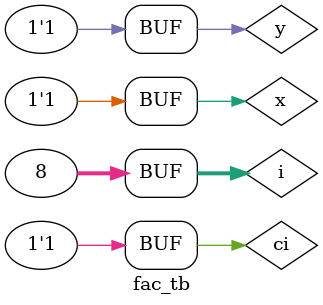
<source format=v>
module fac (
  input x, y, ci,
  output reg z, co
);

always @(*) begin
  if(x == 0 && y == 0 && ci == 0) begin
    z = 0; co = 0;
  end
  if(x == 1 && y == 0 && ci == 0) begin
    z = 1; co = 0;
  end
  if(x == 0 && y == 1 && ci == 0) begin
    z = 1; co = 0;
  end
  if(x == 0 && y == 0 && ci == 1) begin
    z = 1; co = 0;
  end
  if(x == 1 && y == 1 && ci == 0) begin
    z = 0; co = 1;
  end
  if(x == 0 && y == 1 && ci == 1) begin
    z = 0; co = 1;
  end
  if(x == 1 && y == 0 && ci == 1) begin
    z = 0; co = 1;
  end
  if(x == 1 && y == 1 && ci == 1) begin
    z = 1; co = 1;
  end
  end
endmodule

module fac_tb;
  reg x, y, ci;
  wire z, co;
  
  fac fac_i(.x(x), .y(y), .ci(ci), .z(z), .co(co));
  
  integer i;
  initial begin
    {x, y, ci} = 0;
    for(i = 0; i < 8; i = i + 1)
      #10 {x, y, ci} = i;
    #20;
  end
endmodule
  
</source>
